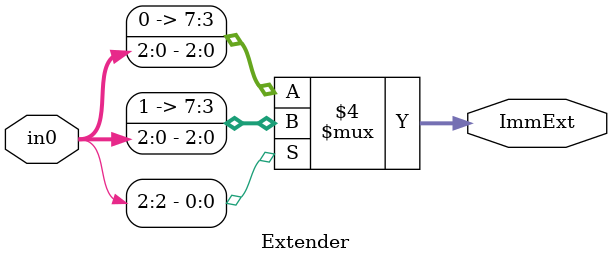
<source format=v>
`timescale 1ns / 1ps

//EXTENDER
module Extender(
    input  [2:0] in0,
    output reg [7:0] ImmExt
);
    always @(*) begin
        if (in0[2] == 0)
            ImmExt = {5'b00000, in0}; // positive
        else
            ImmExt = {5'b11111, in0}; // negative
    end
endmodule

</source>
